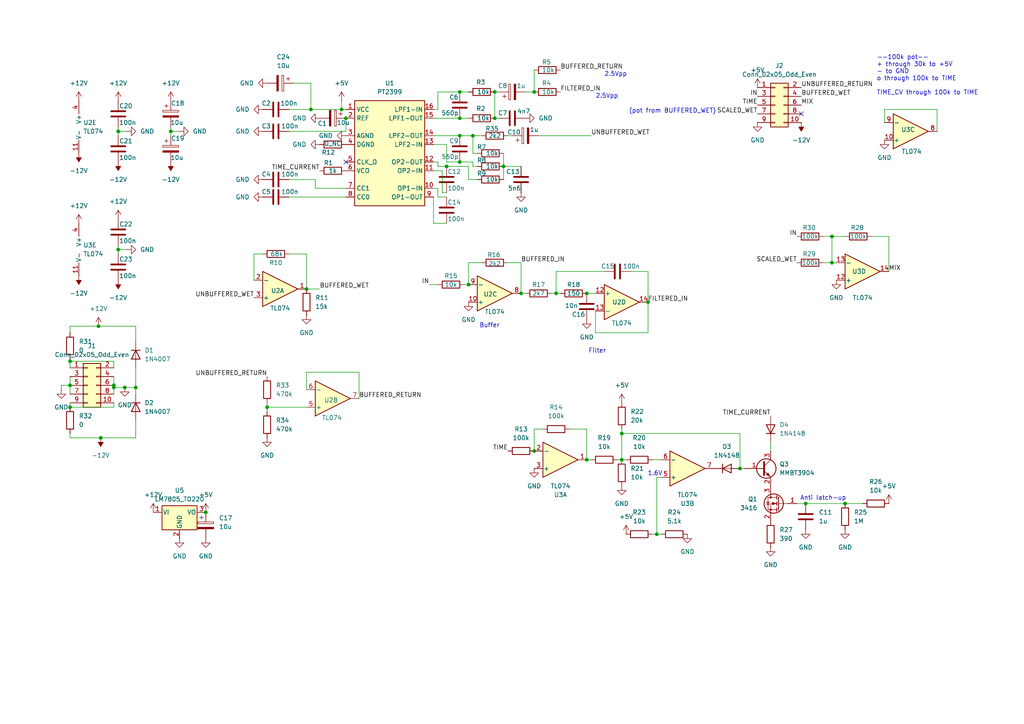
<source format=kicad_sch>
(kicad_sch (version 20231120) (generator "eeschema") (generator_version "8.0")
  (paper "A4")
  (junction (at 214.63 135.89))
  (junction (at 34.29 38.1))
  (junction (at 241.3 76.2))
  (junction (at 146.05 48.26))
  (junction (at 170.18 133.35))
  (junction (at 137.16 39.37))
  (junction (at 88.9 83.82))
  (junction (at 161.29 85.09))
  (junction (at 241.3 68.58))
  (junction (at 77.47 118.11))
  (junction (at 99.06 31.75))
  (junction (at 170.18 85.09))
  (junction (at 49.53 38.1))
  (junction (at 59.69 148.59))
  (junction (at 20.32 118.11))
  (junction (at 34.29 72.39))
  (junction (at 143.51 26.67))
  (junction (at 233.68 146.05))
  (junction (at 190.5 154.94))
  (junction (at 28.575 94.615))
  (junction (at 20.32 111.76))
  (junction (at 180.34 133.35))
  (junction (at 154.94 26.67))
  (junction (at 143.51 34.29))
  (junction (at 100.33 34.29))
  (junction (at 20.32 104.775))
  (junction (at 180.34 125.73))
  (junction (at 39.37 112.395))
  (junction (at 133.35 34.29))
  (junction (at 29.21 127))
  (junction (at 151.13 85.09))
  (junction (at 133.35 26.67))
  (junction (at 129.54 48.26))
  (junction (at 154.94 130.81))
  (junction (at 133.35 46.99))
  (junction (at 187.96 87.63))
  (junction (at 33.02 112.395))
  (junction (at 90.17 31.75))
  (junction (at 36.195 112.395))
  (junction (at 33.02 111.76))
  (junction (at 135.89 82.55))
  (junction (at 245.11 146.05))
  (junction (at 133.35 39.37))
  (no_connect (at 100.33 46.99))
  (no_connect (at 232.41 33.02))
  (wire (pts (xy 170.18 133.35) (xy 171.45 133.35)))
  (wire (pts (xy 20.32 116.84) (xy 20.32 118.11)))
  (wire (pts (xy 34.29 36.83) (xy 34.29 38.1)))
  (wire (pts (xy 154.94 124.46) (xy 154.94 130.81)))
  (wire (pts (xy 127 26.67) (xy 133.35 26.67)))
  (wire (pts (xy 133.35 26.67) (xy 135.89 26.67)))
  (wire (pts (xy 156.21 39.37) (xy 171.45 39.37)))
  (wire (pts (xy 20.32 94.615) (xy 28.575 94.615)))
  (wire (pts (xy 133.35 34.29) (xy 135.89 34.29)))
  (wire (pts (xy 125.73 57.15) (xy 125.73 64.77)))
  (wire (pts (xy 151.13 85.09) (xy 152.4 85.09)))
  (wire (pts (xy 33.02 112.395) (xy 33.02 114.3)))
  (wire (pts (xy 135.89 52.07) (xy 138.43 52.07)))
  (wire (pts (xy 137.16 48.26) (xy 138.43 48.26)))
  (wire (pts (xy 154.94 20.32) (xy 154.94 26.67)))
  (wire (pts (xy 99.06 31.75) (xy 100.33 31.75)))
  (wire (pts (xy 20.32 111.76) (xy 20.32 114.3)))
  (wire (pts (xy 151.13 76.2) (xy 151.13 85.09)))
  (wire (pts (xy 124.46 82.55) (xy 127 82.55)))
  (wire (pts (xy 52.07 38.1) (xy 49.53 38.1)))
  (wire (pts (xy 20.32 127) (xy 29.21 127)))
  (wire (pts (xy 146.05 44.45) (xy 146.05 48.26)))
  (wire (pts (xy 190.5 154.94) (xy 191.77 154.94)))
  (wire (pts (xy 77.47 116.84) (xy 77.47 118.11)))
  (wire (pts (xy 83.82 73.66) (xy 88.9 73.66)))
  (wire (pts (xy 83.82 57.15) (xy 100.33 57.15)))
  (wire (pts (xy 127 48.26) (xy 127 46.99)))
  (wire (pts (xy 91.44 52.07) (xy 83.82 52.07)))
  (wire (pts (xy 241.3 68.58) (xy 245.11 68.58)))
  (wire (pts (xy 77.47 118.11) (xy 88.9 118.11)))
  (wire (pts (xy 160.02 85.09) (xy 161.29 85.09)))
  (wire (pts (xy 146.05 48.26) (xy 146.05 52.07)))
  (wire (pts (xy 271.78 31.75) (xy 271.78 38.1)))
  (wire (pts (xy 99.06 29.21) (xy 99.06 31.75)))
  (wire (pts (xy 39.37 121.92) (xy 39.37 127)))
  (wire (pts (xy 17.78 111.76) (xy 17.78 113.03)))
  (wire (pts (xy 33.02 109.22) (xy 33.02 111.76)))
  (wire (pts (xy 238.76 68.58) (xy 241.3 68.58)))
  (wire (pts (xy 49.53 38.1) (xy 49.53 39.37)))
  (wire (pts (xy 231.14 146.05) (xy 233.68 146.05)))
  (wire (pts (xy 92.71 83.82) (xy 88.9 83.82)))
  (wire (pts (xy 161.29 85.09) (xy 162.56 85.09)))
  (wire (pts (xy 241.3 68.58) (xy 241.3 76.2)))
  (wire (pts (xy 39.37 112.395) (xy 36.195 112.395)))
  (wire (pts (xy 165.1 124.46) (xy 170.18 124.46)))
  (wire (pts (xy 39.37 106.68) (xy 39.37 112.395)))
  (wire (pts (xy 252.73 68.58) (xy 257.81 68.58)))
  (wire (pts (xy 129.54 57.15) (xy 127 57.15)))
  (wire (pts (xy 170.18 124.46) (xy 170.18 133.35)))
  (wire (pts (xy 73.66 73.66) (xy 73.66 81.28)))
  (wire (pts (xy 214.63 135.89) (xy 215.9 135.89)))
  (wire (pts (xy 125.73 54.61) (xy 127 54.61)))
  (wire (pts (xy 83.82 31.75) (xy 90.17 31.75)))
  (wire (pts (xy 182.88 78.74) (xy 187.96 78.74)))
  (wire (pts (xy 129.54 48.26) (xy 127 48.26)))
  (wire (pts (xy 256.54 31.75) (xy 271.78 31.75)))
  (wire (pts (xy 90.17 31.75) (xy 99.06 31.75)))
  (wire (pts (xy 33.02 104.775) (xy 20.32 104.775)))
  (wire (pts (xy 180.34 125.73) (xy 180.34 133.35)))
  (wire (pts (xy 34.29 38.1) (xy 34.29 39.37)))
  (wire (pts (xy 127 57.15) (xy 127 54.61)))
  (wire (pts (xy 143.51 34.29) (xy 144.78 34.29)))
  (wire (pts (xy 180.34 124.46) (xy 180.34 125.73)))
  (wire (pts (xy 180.34 133.35) (xy 181.61 133.35)))
  (wire (pts (xy 33.02 116.84) (xy 33.02 118.11)))
  (wire (pts (xy 190.5 138.43) (xy 190.5 154.94)))
  (wire (pts (xy 129.54 48.26) (xy 135.89 48.26)))
  (wire (pts (xy 187.96 78.74) (xy 187.96 87.63)))
  (wire (pts (xy 223.52 128.27) (xy 223.52 130.81)))
  (wire (pts (xy 147.32 39.37) (xy 148.59 39.37)))
  (wire (pts (xy 85.09 24.13) (xy 90.17 24.13)))
  (wire (pts (xy 76.2 73.66) (xy 73.66 73.66)))
  (wire (pts (xy 135.89 76.2) (xy 135.89 82.55)))
  (wire (pts (xy 137.16 39.37) (xy 137.16 44.45)))
  (wire (pts (xy 138.43 44.45) (xy 137.16 44.45)))
  (wire (pts (xy 143.51 26.67) (xy 143.51 34.29)))
  (wire (pts (xy 214.63 135.89) (xy 214.63 125.73)))
  (wire (pts (xy 157.48 124.46) (xy 154.94 124.46)))
  (wire (pts (xy 127 26.67) (xy 127 31.75)))
  (wire (pts (xy 49.53 36.83) (xy 49.53 38.1)))
  (wire (pts (xy 135.89 48.26) (xy 135.89 52.07)))
  (wire (pts (xy 179.07 133.35) (xy 180.34 133.35)))
  (wire (pts (xy 129.54 55.88) (xy 128.27 55.88)))
  (wire (pts (xy 189.23 133.35) (xy 191.77 133.35)))
  (wire (pts (xy 189.23 154.94) (xy 190.5 154.94)))
  (wire (pts (xy 129.54 41.91) (xy 125.73 41.91)))
  (wire (pts (xy 146.05 48.26) (xy 151.13 48.26)))
  (wire (pts (xy 152.4 26.67) (xy 154.94 26.67)))
  (wire (pts (xy 245.11 146.05) (xy 250.19 146.05)))
  (wire (pts (xy 88.9 113.03) (xy 88.9 107.95)))
  (wire (pts (xy 127 31.75) (xy 125.73 31.75)))
  (wire (pts (xy 100.33 54.61) (xy 91.44 54.61)))
  (wire (pts (xy 190.5 138.43) (xy 191.77 138.43)))
  (wire (pts (xy 20.32 109.22) (xy 20.32 111.76)))
  (wire (pts (xy 134.62 82.55) (xy 135.89 82.55)))
  (wire (pts (xy 100.33 38.1) (xy 83.82 38.1)))
  (wire (pts (xy 214.63 125.73) (xy 180.34 125.73)))
  (wire (pts (xy 29.21 127) (xy 39.37 127)))
  (wire (pts (xy 133.35 46.99) (xy 129.54 46.99)))
  (wire (pts (xy 147.32 76.2) (xy 151.13 76.2)))
  (wire (pts (xy 20.32 104.775) (xy 20.32 106.68)))
  (wire (pts (xy 128.27 55.88) (xy 128.27 49.53)))
  (wire (pts (xy 34.29 71.12) (xy 34.29 72.39)))
  (wire (pts (xy 139.7 76.2) (xy 135.89 76.2)))
  (wire (pts (xy 90.17 24.13) (xy 90.17 31.75)))
  (wire (pts (xy 187.96 96.52) (xy 187.96 87.63)))
  (wire (pts (xy 36.195 112.395) (xy 33.02 112.395)))
  (wire (pts (xy 125.73 49.53) (xy 128.27 49.53)))
  (wire (pts (xy 36.83 72.39) (xy 34.29 72.39)))
  (wire (pts (xy 20.32 111.76) (xy 17.78 111.76)))
  (wire (pts (xy 241.3 76.2) (xy 242.57 76.2)))
  (wire (pts (xy 238.76 76.2) (xy 241.3 76.2)))
  (wire (pts (xy 161.29 78.74) (xy 161.29 85.09)))
  (wire (pts (xy 125.73 34.29) (xy 133.35 34.29)))
  (wire (pts (xy 33.02 118.11) (xy 20.32 118.11)))
  (wire (pts (xy 88.9 107.95) (xy 104.14 107.95)))
  (wire (pts (xy 133.35 46.99) (xy 137.16 46.99)))
  (wire (pts (xy 33.02 111.76) (xy 33.02 112.395)))
  (wire (pts (xy 33.02 106.68) (xy 33.02 104.775)))
  (wire (pts (xy 137.16 39.37) (xy 139.7 39.37)))
  (wire (pts (xy 233.68 146.05) (xy 245.11 146.05)))
  (wire (pts (xy 172.72 90.17) (xy 172.72 96.52)))
  (wire (pts (xy 256.54 35.56) (xy 256.54 31.75)))
  (wire (pts (xy 36.83 38.1) (xy 34.29 38.1)))
  (wire (pts (xy 133.35 39.37) (xy 137.16 39.37)))
  (wire (pts (xy 104.14 107.95) (xy 104.14 115.57)))
  (wire (pts (xy 88.9 73.66) (xy 88.9 83.82)))
  (wire (pts (xy 39.37 112.395) (xy 39.37 114.3)))
  (wire (pts (xy 143.51 26.67) (xy 144.78 26.67)))
  (wire (pts (xy 125.73 46.99) (xy 127 46.99)))
  (wire (pts (xy 172.72 96.52) (xy 187.96 96.52)))
  (wire (pts (xy 77.47 118.11) (xy 77.47 119.38)))
  (wire (pts (xy 125.73 64.77) (xy 129.54 64.77)))
  (wire (pts (xy 91.44 54.61) (xy 91.44 52.07)))
  (wire (pts (xy 170.18 85.09) (xy 172.72 85.09)))
  (wire (pts (xy 28.575 94.615) (xy 39.37 94.615)))
  (wire (pts (xy 20.32 125.73) (xy 20.32 127)))
  (wire (pts (xy 125.73 39.37) (xy 133.35 39.37)))
  (wire (pts (xy 175.26 78.74) (xy 161.29 78.74)))
  (wire (pts (xy 20.32 94.615) (xy 20.32 96.52)))
  (wire (pts (xy 39.37 94.615) (xy 39.37 99.06)))
  (wire (pts (xy 257.81 68.58) (xy 257.81 78.74)))
  (wire (pts (xy 137.16 46.99) (xy 137.16 48.26)))
  (wire (pts (xy 129.54 46.99) (xy 129.54 41.91)))
  (wire (pts (xy 34.29 72.39) (xy 34.29 73.66)))
  (wire (pts (xy 100.33 34.29) (xy 100.33 38.1)))
  (wire (pts (xy 20.32 104.14) (xy 20.32 104.775)))
  (text "Anti latch-up" (at 238.76 144.526 0) (effects (font (size 1.27 1.27))))
  (text "1.6V" (at 189.992 137.414 0) (effects (font (size 1.27 1.27))))
  (text "2.5Vpp" (at 176.022 27.94 0) (effects (font (size 1.27 1.27))))
  (text "Buffer" (at 141.986 94.488 0) (effects (font (size 1.27 1.27))))
  (text "--100k pot--\n+ through 30k to +5V\n- to GND\no through 100k to TIME\n\nTIME_CV through 100k to TIME" (at 254.254 21.844 0) (effects (font (size 1.27 1.27)) (justify left)))
  (text "(pot from BUFFERED_WET)" (at 195.072 32.258 0) (effects (font (size 1.27 1.27))))
  (text "2.5Vpp" (at 178.562 21.59 0) (effects (font (size 1.27 1.27))))
  (text "Filter" (at 173.228 101.854 0) (effects (font (size 1.27 1.27))))
  (label "SCALED_WET" (at 231.14 76.2 180))
  (label "TIME_CURRENT" (at 92.71 49.53 180))
  (label "BUFFERED_IN" (at 151.13 76.2 0))
  (label "TIME" (at 219.71 30.48 180))
  (label "TIME" (at 147.32 130.81 180))
  (label "UNBUFFERED_WET" (at 73.66 86.36 180))
  (label "IN" (at 231.14 68.58 180))
  (label "MIX" (at 232.41 30.48 0))
  (label "UNBUFFERED_RETURN" (at 232.41 25.4 0))
  (label "IN" (at 219.71 27.94 180))
  (label "SCALED_WET" (at 219.71 33.02 180))
  (label "IN" (at 124.46 82.55 180))
  (label "FILTERED_IN" (at 162.56 26.67 0))
  (label "UNBUFFERED_RETURN" (at 77.47 109.22 180))
  (label "BUFFERED_WET" (at 92.71 83.82 0))
  (label "UNBUFFERED_WET" (at 171.45 39.37 0))
  (label "BUFFERED_RETURN" (at 162.56 20.32 0))
  (label "MIX" (at 257.81 78.74 0))
  (label "TIME_CURRENT" (at 223.52 120.65 180))
  (label "BUFFERED_WET" (at 232.41 27.94 0))
  (label "BUFFERED_RETURN" (at 104.14 115.57 0))
  (label "FILTERED_IN" (at 187.96 87.63 0))
  (symbol (lib_name "D_2") (lib_id "Device:D") (at 223.52 124.46 90) (unit 1)
    (property "Reference" "D4" (at 226.06 123.1899 90) (effects (justify right)))
    (property "Value" "1N4148" (at 226.06 125.7299 90) (effects (justify right)))
    (property "Footprint" "Diode_SMD:D_SOD-323_HandSoldering" (effects (hide yes)))
    (property "Description" "Diode" (effects (hide yes)))
    (property "Sim.Device" "D" (effects (hide yes)))
    (property "Sim.Pins" "1=K 2=A" (effects (hide yes)))
  )
  (symbol (lib_id "Device:C_Polarized") (at 152.4 39.37 90) (unit 1)
    (property "Reference" "C10" (at 149.098 38.354 90))
    (property "Value" "1u" (at 154.94 37.592 90))
    (property "Footprint" "Capacitor_THT:CP_Radial_D4.0mm_P1.50mm" (effects (hide yes)))
    (property "Description" "Polarized capacitor" (effects (hide yes)))
  )
  (symbol (lib_id "power:GND") (at 219.71 35.56 0) (unit 1)
    (property "Reference" "#PWR044" (effects (hide yes)))
    (property "Value" "GND" (at 219.71 40.64 0))
    (property "Description" "Power symbol creates a global label with name \"GND\" , ground" (effects (hide yes)))
  )
  (symbol (lib_id "power:GND") (at 77.47 127 0) (unit 1)
    (property "Reference" "#PWR048" (effects (hide yes)))
    (property "Value" "GND" (at 77.47 132.08 0))
    (property "Description" "Power symbol creates a global label with name \"GND\" , ground" (effects (hide yes)))
  )
  (symbol (lib_id "Device:R") (at 20.32 121.92 0) (unit 1)
    (property "Reference" "R32" (at 22.86 120.6499 0) (effects (justify left)))
    (property "Value" "0" (at 22.86 123.1899 0) (effects (justify left)))
    (property "Footprint" "Resistor_SMD:R_0603_1608Metric_Pad0.98x0.95mm_HandSolder" (effects (hide yes)))
  )
  (symbol (lib_id "power:+12V") (at 49.53 29.21 0) (unit 1)
    (property "Reference" "#PWR031" (effects (hide yes)))
    (property "Value" "+12V" (at 49.53 24.13 0))
    (property "Description" "Power symbol creates a global label with name \"+12V\"" (effects (hide yes)))
  )
  (symbol (lib_id "Amplifier_Operational:TL074") (at 250.19 78.74 0) (mirror x) (unit 4)
    (property "Reference" "U3" (at 249.174 78.74 0))
    (property "Value" "TL074" (at 250.19 86.36 0))
    (property "Footprint" "Package_SO:SO-14_3.9x8.65mm_P1.27mm" (effects (hide yes)))
    (property "Datasheet" "http://www.ti.com/lit/ds/symlink/tl071.pdf" (effects (hide yes)))
    (property "Description" "Quad Low-Noise JFET-Input Operational Amplifiers, DIP-14/SOIC-14" (effects (hide yes)))
  )
  (symbol (lib_id "Device:R") (at 180.34 120.65 0) (unit 1)
    (property "Reference" "R22" (at 182.88 119.3799 0) (effects (justify left)))
    (property "Value" "20k" (at 182.88 121.9199 0) (effects (justify left)))
    (property "Footprint" "Resistor_SMD:R_0603_1608Metric_Pad0.98x0.95mm_HandSolder" (effects (hide yes)))
    (property "Description" "Resistor" (effects (hide yes)))
  )
  (symbol (lib_id "power:+5V") (at 180.34 116.84 0) (unit 1)
    (property "Reference" "#PWR018" (effects (hide yes)))
    (property "Value" "+5V" (at 180.34 111.76 0))
    (property "Description" "Power symbol creates a global label with name \"+5V\"" (effects (hide yes)))
  )
  (symbol (lib_id "Device:R") (at 139.7 34.29 90) (unit 1)
    (property "Reference" "R2" (at 139.446 31.496 90))
    (property "Value" "10k" (at 140.208 34.29 90))
    (property "Footprint" "Resistor_SMD:R_0603_1608Metric_Pad0.98x0.95mm_HandSolder" (effects (hide yes)))
    (property "Description" "Resistor" (effects (hide yes)))
  )
  (symbol (lib_id "Device:R") (at 143.51 39.37 90) (unit 1)
    (property "Reference" "R35" (at 142.748 37.338 90))
    (property "Value" "2k2" (at 143.51 39.37 90))
    (property "Footprint" "Resistor_SMD:R_0603_1608Metric_Pad0.98x0.95mm_HandSolder" (effects (hide yes)))
    (property "Description" "Resistor" (effects (hide yes)))
  )
  (symbol (lib_id "Device:R") (at 80.01 73.66 90) (unit 1)
    (property "Reference" "R10" (at 80.01 76.2 90))
    (property "Value" "68k" (at 80.264 73.66 90))
    (property "Footprint" "Resistor_SMD:R_0603_1608Metric_Pad0.98x0.95mm_HandSolder" (effects (hide yes)))
    (property "Description" "Resistor" (effects (hide yes)))
  )
  (symbol (lib_id "power:GND") (at 59.69 156.21 0) (unit 1)
    (property "Reference" "#PWR050" (effects (hide yes)))
    (property "Value" "GND" (at 59.69 161.29 0))
    (property "Description" "Power symbol creates a global label with name \"GND\" , ground" (effects (hide yes)))
  )
  (symbol (lib_id "Device:R") (at 254 146.05 90) (unit 1)
    (property "Reference" "R26" (at 254 139.7 90))
    (property "Value" "10k" (at 254 142.24 90))
    (property "Footprint" "Resistor_SMD:R_0603_1608Metric_Pad0.98x0.95mm_HandSolder" (effects (hide yes)))
    (property "Description" "Resistor" (effects (hide yes)))
  )
  (symbol (lib_id "power:GND") (at 92.71 34.29 270) (unit 1)
    (property "Reference" "#PWR04" (effects (hide yes)))
    (property "Value" "GND" (at 88.9 34.2899 90) (effects (justify right)))
    (property "Description" "Power symbol creates a global label with name \"GND\" , ground" (effects (hide yes)))
  )
  (symbol (lib_id "Device:R") (at 185.42 154.94 90) (unit 1)
    (property "Reference" "R23" (at 185.42 148.59 90))
    (property "Value" "10k" (at 185.42 151.13 90))
    (property "Footprint" "Resistor_SMD:R_0603_1608Metric_Pad0.98x0.95mm_HandSolder" (effects (hide yes)))
    (property "Description" "Resistor" (effects (hide yes)))
  )
  (symbol (lib_id "Device:C") (at 80.01 31.75 90) (unit 1)
    (property "Reference" "C2" (at 77.216 29.972 90))
    (property "Value" "100n" (at 83.82 29.972 90))
    (property "Footprint" "Capacitor_SMD:C_0603_1608Metric_Pad1.08x0.95mm_HandSolder" (effects (hide yes)))
    (property "Description" "Unpolarized capacitor" (effects (hide yes)))
  )
  (symbol (lib_id "power:-12V") (at 49.53 46.99 180) (unit 1)
    (property "Reference" "#PWR032" (effects (hide yes)))
    (property "Value" "-12V" (at 49.53 52.07 0))
    (property "Description" "Power symbol creates a global label with name \"-12V\"" (effects (hide yes)))
  )
  (symbol (lib_id "power:GND") (at 88.9 91.44 0) (unit 1)
    (property "Reference" "#PWR013" (effects (hide yes)))
    (property "Value" "GND" (at 88.9 96.52 0))
    (property "Description" "Power symbol creates a global label with name \"GND\" , ground" (effects (hide yes)))
  )
  (symbol (lib_id "Device:C") (at 80.01 38.1 90) (unit 1)
    (property "Reference" "C3" (at 77.216 36.576 90))
    (property "Value" "100n" (at 84.074 36.576 90))
    (property "Footprint" "Capacitor_SMD:C_0603_1608Metric_Pad1.08x0.95mm_HandSolder" (effects (hide yes)))
    (property "Description" "Unpolarized capacitor" (effects (hide yes)))
  )
  (symbol (lib_id "Device:C") (at 34.29 77.47 0) (unit 1)
    (property "Reference" "C23" (at 34.544 75.184 0) (effects (justify left)))
    (property "Value" "100n" (at 34.544 80.01 0) (effects (justify left)))
    (property "Footprint" "Capacitor_SMD:C_0603_1608Metric_Pad1.08x0.95mm_HandSolder" (effects (hide yes)))
    (property "Description" "Unpolarized capacitor" (effects (hide yes)))
  )
  (symbol (lib_id "Device:C") (at 170.18 88.9 0) (unit 1)
    (property "Reference" "C16" (at 165.862 91.186 0) (effects (justify left)))
    (property "Value" "10n" (at 163.83 88.646 0) (effects (justify left)))
    (property "Footprint" "Capacitor_SMD:C_0603_1608Metric_Pad1.08x0.95mm_HandSolder" (effects (hide yes)))
    (property "Description" "Unpolarized capacitor" (effects (hide yes)))
  )
  (symbol (lib_id "Device:D") (at 39.37 102.87 270) (unit 1)
    (property "Reference" "D1" (at 41.91 101.5999 90) (effects (justify left)))
    (property "Value" "1N4007" (at 41.91 104.1399 90) (effects (justify left)))
    (property "Footprint" "Diode_THT:D_DO-41_SOD81_P7.62mm_Horizontal" (effects (hide yes)))
  )
  (symbol (lib_id "Device:R") (at 77.47 113.03 0) (unit 1)
    (property "Reference" "R33" (at 80.01 111.7599 0) (effects (justify left)))
    (property "Value" "470k" (at 80.01 114.2999 0) (effects (justify left)))
    (property "Footprint" "Resistor_SMD:R_0603_1608Metric_Pad0.98x0.95mm_HandSolder" (effects (hide yes)))
    (property "Description" "Resistor" (effects (hide yes)))
  )
  (symbol (lib_id "Device:C") (at 34.29 43.18 0) (unit 1)
    (property "Reference" "C21" (at 34.544 40.894 0) (effects (justify left)))
    (property "Value" "100n" (at 34.544 45.72 0) (effects (justify left)))
    (property "Footprint" "Capacitor_SMD:C_0603_1608Metric_Pad1.08x0.95mm_HandSolder" (effects (hide yes)))
    (property "Description" "Unpolarized capacitor" (effects (hide yes)))
  )
  (symbol (lib_id "Audio:PT2399") (at 113.03 44.45 0) (unit 1)
    (property "Reference" "U1" (at 113.03 24.13 0))
    (property "Value" "PT2399" (at 113.03 26.67 0))
    (property "Footprint" "Package_SO:SOP-16_3.9x9.9mm_P1.27mm" (effects (hide yes)))
    (property "Datasheet" "http://www.princeton.com.tw/Portals/0/Product/PT2399_1.pdf" (effects (hide yes)))
    (property "Description" "Echo Processor IC, DIP-16" (effects (hide yes)))
  )
  (symbol (lib_id "Device:R") (at 96.52 49.53 90) (unit 1)
    (property "Reference" "R1" (at 95.25 47.244 90))
    (property "Value" "1k" (at 96.52 49.53 90))
    (property "Footprint" "Resistor_SMD:R_0603_1608Metric_Pad0.98x0.95mm_HandSolder" (effects (hide yes)))
    (property "Description" "Resistor" (effects (hide yes)))
  )
  (symbol (lib_id "Device:R") (at 88.9 87.63 0) (unit 1)
    (property "Reference" "R11" (at 91.44 86.3599 0) (effects (justify left)))
    (property "Value" "15k" (at 91.44 88.8999 0) (effects (justify left)))
    (property "Footprint" "Resistor_SMD:R_0603_1608Metric_Pad0.98x0.95mm_HandSolder" (effects (hide yes)))
    (property "Description" "Resistor" (effects (hide yes)))
  )
  (symbol (lib_id "Amplifier_Operational:TL074") (at 199.39 135.89 0) (mirror x) (unit 2)
    (property "Reference" "U3" (at 199.39 146.05 0))
    (property "Value" "TL074" (at 199.39 143.51 0))
    (property "Footprint" "Package_SO:SO-14_3.9x8.65mm_P1.27mm" (effects (hide yes)))
    (property "Datasheet" "http://www.ti.com/lit/ds/symlink/tl071.pdf" (effects (hide yes)))
    (property "Description" "Quad Low-Noise JFET-Input Operational Amplifiers, DIP-14/SOIC-14" (effects (hide yes)))
  )
  (symbol (lib_id "Amplifier_Operational:TL074") (at 143.51 85.09 0) (mirror x) (unit 3)
    (property "Reference" "U2" (at 142.24 85.344 0))
    (property "Value" "TL074" (at 143.51 90.424 0))
    (property "Footprint" "Package_SO:SO-14_3.9x8.65mm_P1.27mm" (effects (hide yes)))
    (property "Datasheet" "http://www.ti.com/lit/ds/symlink/tl071.pdf" (effects (hide yes)))
    (property "Description" "Quad Low-Noise JFET-Input Operational Amplifiers, DIP-14/SOIC-14" (effects (hide yes)))
  )
  (symbol (lib_id "Transistor_BJT:MMBT3904") (at 220.98 135.89 0) (unit 1)
    (property "Reference" "Q3" (at 226.06 134.6199 0) (effects (justify left)))
    (property "Value" "MMBT3904" (at 226.06 137.1599 0) (effects (justify left)))
    (property "Footprint" "Package_TO_SOT_SMD:SOT-23" (effects (hide yes)))
    (property "Datasheet" "https://www.onsemi.com/pdf/datasheet/pzt3904-d.pdf" (effects (hide yes)))
    (property "Description" "0.2A Ic, 40V Vce, Small Signal NPN Transistor, SOT-23" (effects (hide yes)))
  )
  (symbol (lib_id "Device:R") (at 142.24 44.45 90) (unit 1)
    (property "Reference" "R7" (at 139.7 42.672 90))
    (property "Value" "10k" (at 142.748 44.45 90))
    (property "Footprint" "Resistor_SMD:R_0603_1608Metric_Pad0.98x0.95mm_HandSolder" (effects (hide yes)))
    (property "Description" "Resistor" (effects (hide yes)))
  )
  (symbol (lib_id "power:-12V") (at 29.21 127 180) (unit 1)
    (property "Reference" "#PWR041" (effects (hide yes)))
    (property "Value" "-12V" (at 29.21 132.08 0))
  )
  (symbol (lib_id "power:GND") (at 170.18 92.71 0) (unit 1)
    (property "Reference" "#PWR017" (effects (hide yes)))
    (property "Value" "GND" (at 170.18 97.79 0))
    (property "Description" "Power symbol creates a global label with name \"GND\" , ground" (effects (hide yes)))
  )
  (symbol (lib_id "Amplifier_Operational:TL074") (at 96.52 115.57 0) (mirror x) (unit 2)
    (property "Reference" "U2" (at 96.012 116.078 0))
    (property "Value" "TL074" (at 96.266 121.158 0))
    (property "Footprint" "Package_SO:SO-14_3.9x8.65mm_P1.27mm" (effects (hide yes)))
    (property "Datasheet" "http://www.ti.com/lit/ds/symlink/tl071.pdf" (effects (hide yes)))
    (property "Description" "Quad Low-Noise JFET-Input Operational Amplifiers, DIP-14/SOIC-14" (effects (hide yes)))
  )
  (symbol (lib_id "Device:R") (at 158.75 26.67 90) (unit 1)
    (property "Reference" "R4" (at 158.496 24.13 90))
    (property "Value" "10k" (at 159.004 26.67 90))
    (property "Footprint" "Resistor_SMD:R_0603_1608Metric_Pad0.98x0.95mm_HandSolder" (effects (hide yes)))
    (property "Description" "Resistor" (effects (hide yes)))
  )
  (symbol (lib_id "Device:C") (at 179.07 78.74 90) (unit 1)
    (property "Reference" "C15" (at 176.276 77.216 90))
    (property "Value" "100n" (at 183.134 77.216 90))
    (property "Footprint" "Capacitor_SMD:C_0603_1608Metric_Pad1.08x0.95mm_HandSolder" (effects (hide yes)))
    (property "Description" "Unpolarized capacitor" (effects (hide yes)))
  )
  (symbol (lib_id "Device:C") (at 34.29 67.31 0) (unit 1)
    (property "Reference" "C22" (at 34.544 65.024 0) (effects (justify left)))
    (property "Value" "100n" (at 34.544 69.85 0) (effects (justify left)))
    (property "Footprint" "Capacitor_SMD:C_0603_1608Metric_Pad1.08x0.95mm_HandSolder" (effects (hide yes)))
    (property "Description" "Unpolarized capacitor" (effects (hide yes)))
  )
  (symbol (lib_id "Transistor_FET:BS870") (at 226.06 146.05 0) (mirror y) (unit 1)
    (property "Reference" "Q1" (at 219.71 144.7799 0) (effects (justify left)))
    (property "Value" "3416" (at 219.71 147.3199 0) (effects (justify left)))
    (property "Footprint" "Package_TO_SOT_SMD:SOT-23" (effects (hide yes)))
    (property "Datasheet" "http://www.diodes.com/assets/Datasheets/ds11302.pdf" (effects (hide yes)))
    (property "Description" "0.25A Id, 60V Vds, N-Channel MOSFET, SOT-23" (effects (hide yes)))
  )
  (symbol (lib_id "power:-12V") (at 22.86 44.45 180) (unit 1)
    (property "Reference" "#PWR029" (effects (hide yes)))
    (property "Value" "-12V" (at 22.86 49.53 0))
    (property "Description" "Power symbol creates a global label with name \"-12V\"" (effects (hide yes)))
  )
  (symbol (lib_id "Amplifier_Operational:TL074") (at 25.4 36.83 0) (unit 5)
    (property "Reference" "U2" (at 24.13 35.5599 0) (effects (justify left)))
    (property "Value" "TL074" (at 24.13 38.0999 0) (effects (justify left)))
    (property "Footprint" "Package_SO:SO-14_3.9x8.65mm_P1.27mm" (effects (hide yes)))
    (property "Datasheet" "http://www.ti.com/lit/ds/symlink/tl071.pdf" (effects (hide yes)))
    (property "Description" "Quad Low-Noise JFET-Input Operational Amplifiers, DIP-14/SOIC-14" (effects (hide yes)))
  )
  (symbol (lib_id "Device:R") (at 180.34 137.16 180) (unit 1)
    (property "Reference" "R21" (at 182.88 135.8899 0) (effects (justify right)))
    (property "Value" "10k" (at 182.88 138.4299 0) (effects (justify right)))
    (property "Footprint" "Resistor_SMD:R_0603_1608Metric_Pad0.98x0.95mm_HandSolder" (effects (hide yes)))
    (property "Description" "Resistor" (effects (hide yes)))
  )
  (symbol (lib_id "power:+12V") (at 34.29 63.5 0) (unit 1)
    (property "Reference" "#PWR037" (effects (hide yes)))
    (property "Value" "+12V" (at 34.29 58.42 0))
    (property "Description" "Power symbol creates a global label with name \"+12V\"" (effects (hide yes)))
  )
  (symbol (lib_id "power:GND") (at 76.2 38.1 270) (unit 1)
    (property "Reference" "#PWR06" (effects (hide yes)))
    (property "Value" "GND" (at 72.39 38.0999 90) (effects (justify right)))
    (property "Description" "Power symbol creates a global label with name \"GND\" , ground" (effects (hide yes)))
  )
  (symbol (lib_id "Device:R") (at 77.47 123.19 0) (unit 1)
    (property "Reference" "R34" (at 80.01 121.9199 0) (effects (justify left)))
    (property "Value" "470k" (at 80.01 124.4599 0) (effects (justify left)))
    (property "Footprint" "Resistor_SMD:R_0603_1608Metric_Pad0.98x0.95mm_HandSolder" (effects (hide yes)))
    (property "Description" "Resistor" (effects (hide yes)))
  )
  (symbol (lib_id "Device:C_Polarized") (at 49.53 43.18 0) (unit 1)
    (property "Reference" "C19" (at 51.562 40.132 0))
    (property "Value" "10u" (at 51.308 45.72 0))
    (property "Footprint" "Capacitor_THT:CP_Radial_D4.0mm_P1.50mm" (effects (hide yes)))
    (property "Description" "Polarized capacitor" (effects (hide yes)))
  )
  (symbol (lib_id "power:GND") (at 199.39 154.94 0) (unit 1)
    (property "Reference" "#PWR020" (effects (hide yes)))
    (property "Value" "GND" (at 199.39 160.02 0))
    (property "Description" "Power symbol creates a global label with name \"GND\" , ground" (effects (hide yes)))
  )
  (symbol (lib_id "Device:R") (at 151.13 130.81 90) (unit 1)
    (property "Reference" "R13" (at 151.13 124.46 90))
    (property "Value" "100k" (at 151.13 127 90))
    (property "Footprint" "Resistor_SMD:R_0603_1608Metric_Pad0.98x0.95mm_HandSolder" (effects (hide yes)))
    (property "Description" "Resistor" (effects (hide yes)))
  )
  (symbol (lib_id "power:-12V") (at 34.29 81.28 180) (unit 1)
    (property "Reference" "#PWR038" (effects (hide yes)))
    (property "Value" "-12V" (at 34.29 86.36 0))
    (property "Description" "Power symbol creates a global label with name \"-12V\"" (effects (hide yes)))
  )
  (symbol (lib_id "Device:C") (at 34.29 33.02 0) (unit 1)
    (property "Reference" "C20" (at 34.544 30.734 0) (effects (justify left)))
    (property "Value" "100n" (at 34.544 35.56 0) (effects (justify left)))
    (property "Footprint" "Capacitor_SMD:C_0603_1608Metric_Pad1.08x0.95mm_HandSolder" (effects (hide yes)))
    (property "Description" "Unpolarized capacitor" (effects (hide yes)))
  )
  (symbol (lib_id "power:GND") (at 36.83 72.39 90) (unit 1)
    (property "Reference" "#PWR039" (effects (hide yes)))
    (property "Value" "GND" (at 40.64 72.3899 90) (effects (justify right)))
    (property "Description" "Power symbol creates a global label with name \"GND\" , ground" (effects (hide yes)))
  )
  (symbol (lib_id "power:GND") (at 242.57 81.28 0) (unit 1)
    (property "Reference" "#PWR026" (effects (hide yes)))
    (property "Value" "GND" (at 242.57 86.36 0))
    (property "Description" "Power symbol creates a global label with name \"GND\" , ground" (effects (hide yes)))
  )
  (symbol (lib_id "power:+12V") (at 34.29 29.21 0) (unit 1)
    (property "Reference" "#PWR034" (effects (hide yes)))
    (property "Value" "+12V" (at 34.29 24.13 0))
    (property "Description" "Power symbol creates a global label with name \"+12V\"" (effects (hide yes)))
  )
  (symbol (lib_id "power:+12V") (at 22.86 64.77 0) (unit 1)
    (property "Reference" "#PWR028" (effects (hide yes)))
    (property "Value" "+12V" (at 22.86 59.69 0))
    (property "Description" "Power symbol creates a global label with name \"+12V\"" (effects (hide yes)))
  )
  (symbol (lib_id "Device:C_Polarized") (at 148.59 26.67 90) (unit 1)
    (property "Reference" "C8" (at 145.796 24.892 90))
    (property "Value" "1u" (at 151.13 24.892 90))
    (property "Footprint" "Capacitor_THT:CP_Radial_D4.0mm_P1.50mm" (effects (hide yes)))
    (property "Description" "Polarized capacitor" (effects (hide yes)))
  )
  (symbol (lib_id "power:-12V") (at 34.29 46.99 180) (unit 1)
    (property "Reference" "#PWR035" (effects (hide yes)))
    (property "Value" "-12V" (at 34.29 52.07 0))
    (property "Description" "Power symbol creates a global label with name \"-12V\"" (effects (hide yes)))
  )
  (symbol (lib_id "power:GND") (at 76.2 52.07 270) (unit 1)
    (property "Reference" "#PWR07" (effects (hide yes)))
    (property "Value" "GND" (at 72.39 52.0699 90) (effects (justify right)))
    (property "Description" "Power symbol creates a global label with name \"GND\" , ground" (effects (hide yes)))
  )
  (symbol (lib_id "Device:C_Polarized") (at 96.52 34.29 270) (unit 1)
    (property "Reference" "C1" (at 93.472 35.814 90))
    (property "Value" "10u" (at 99.568 35.56 90))
    (property "Footprint" "Capacitor_SMD:C_0603_1608Metric_Pad1.08x0.95mm_HandSolder" (effects (hide yes)))
    (property "Description" "Polarized capacitor" (effects (hide yes)))
  )
  (symbol (lib_name "D_1") (lib_id "Device:D") (at 210.82 135.89 0) (unit 1)
    (property "Reference" "D3" (at 210.82 129.54 0))
    (property "Value" "1N4148" (at 210.82 132.08 0))
    (property "Footprint" "Diode_SMD:D_SOD-323_HandSoldering" (effects (hide yes)))
    (property "Description" "Diode" (effects (hide yes)))
    (property "Sim.Device" "D" (effects (hide yes)))
    (property "Sim.Pins" "1=K 2=A" (effects (hide yes)))
  )
  (symbol (lib_id "power:GND") (at 256.54 40.64 0) (unit 1)
    (property "Reference" "#PWR051" (effects (hide yes)))
    (property "Value" "GND" (at 256.54 45.72 0))
    (property "Description" "Power symbol creates a global label with name \"GND\" , ground" (effects (hide yes)))
  )
  (symbol (lib_id "power:GND") (at 152.4 34.29 90) (unit 1)
    (property "Reference" "#PWR09" (effects (hide yes)))
    (property "Value" "GND" (at 156.21 34.2899 90) (effects (justify right)))
    (property "Description" "Power symbol creates a global label with name \"GND\" , ground" (effects (hide yes)))
  )
  (symbol (lib_id "Regulator_Linear:LM7805_TO220") (at 52.07 148.59 0) (unit 1)
    (property "Reference" "U5" (at 52.07 142.24 0))
    (property "Value" "LM7805_TO220" (at 52.07 144.78 0))
    (property "Footprint" "Package_TO_SOT_THT:TO-220-3_Vertical" (effects (hide yes)))
    (property "Datasheet" "https://www.onsemi.cn/PowerSolutions/document/MC7800-D.PDF" (effects (hide yes)))
    (property "Description" "Positive 1A 35V Linear Regulator, Fixed Output 5V, TO-220" (effects (hide yes)))
  )
  (symbol (lib_id "power:+12V") (at 28.575 94.615 0) (unit 1)
    (property "Reference" "#PWR040" (effects (hide yes)))
    (property "Value" "+12V" (at 28.575 89.535 0))
  )
  (symbol (lib_id "power:-12V") (at 232.41 35.56 180) (unit 1)
    (property "Reference" "#PWR045" (effects (hide yes)))
    (property "Value" "-12V" (at 232.41 40.64 0))
    (property "Description" "Power symbol creates a global label with name \"-12V\"" (effects (hide yes)))
  )
  (symbol (lib_id "power:+12V") (at 44.45 148.59 0) (unit 1)
    (property "Reference" "#PWR025" (effects (hide yes)))
    (property "Value" "+12V" (at 44.45 143.51 0))
    (property "Description" "Power symbol creates a global label with name \"+12V\"" (effects (hide yes)))
  )
  (symbol (lib_id "power:+5V") (at 181.61 154.94 0) (unit 1)
    (property "Reference" "#PWR019" (effects (hide yes)))
    (property "Value" "+5V" (at 181.61 149.86 0))
    (property "Description" "Power symbol creates a global label with name \"+5V\"" (effects (hide yes)))
  )
  (symbol (lib_id "Amplifier_Operational:TL074") (at 25.4 72.39 0) (unit 5)
    (property "Reference" "U3" (at 24.13 71.1199 0) (effects (justify left)))
    (property "Value" "TL074" (at 24.13 73.6599 0) (effects (justify left)))
    (property "Footprint" "Package_SO:SO-14_3.9x8.65mm_P1.27mm" (effects (hide yes)))
    (property "Datasheet" "http://www.ti.com/lit/ds/symlink/tl071.pdf" (effects (hide yes)))
    (property "Description" "Quad Low-Noise JFET-Input Operational Amplifiers, DIP-14/SOIC-14" (effects (hide yes)))
  )
  (symbol (lib_id "Device:R") (at 130.81 82.55 90) (unit 1)
    (property "Reference" "R15" (at 130.81 80.01 90))
    (property "Value" "10k" (at 130.81 82.55 90))
    (property "Footprint" "Resistor_SMD:R_0603_1608Metric_Pad0.98x0.95mm_HandSolder" (effects (hide yes)))
    (property "Description" "Resistor" (effects (hide yes)))
  )
  (symbol (lib_id "Device:R") (at 20.32 100.33 0) (unit 1)
    (property "Reference" "R31" (at 22.86 99.0599 0) (effects (justify left)))
    (property "Value" "0" (at 22.86 101.5999 0) (effects (justify left)))
    (property "Footprint" "Resistor_SMD:R_0603_1608Metric_Pad0.98x0.95mm_HandSolder" (effects (hide yes)))
  )
  (symbol (lib_id "power:GND") (at 245.11 153.67 0) (unit 1)
    (property "Reference" "#PWR023" (effects (hide yes)))
    (property "Value" "GND" (at 245.11 158.75 0))
    (property "Description" "Power symbol creates a global label with name \"GND\" , ground" (effects (hide yes)))
  )
  (symbol (lib_id "Amplifier_Operational:TL074") (at 81.28 83.82 0) (mirror x) (unit 1)
    (property "Reference" "U2" (at 80.518 84.328 0))
    (property "Value" "TL074" (at 81.28 89.408 0))
    (property "Footprint" "Package_SO:SO-14_3.9x8.65mm_P1.27mm" (effects (hide yes)))
    (property "Datasheet" "http://www.ti.com/lit/ds/symlink/tl071.pdf" (effects (hide yes)))
    (property "Description" "Quad Low-Noise JFET-Input Operational Amplifiers, DIP-14/SOIC-14" (effects (hide yes)))
  )
  (symbol (lib_id "power:GND") (at 151.13 55.88 0) (unit 1)
    (property "Reference" "#PWR012" (effects (hide yes)))
    (property "Value" "GND" (at 151.13 60.96 0))
    (property "Description" "Power symbol creates a global label with name \"GND\" , ground" (effects (hide yes)))
  )
  (symbol (lib_id "Device:R") (at 195.58 154.94 90) (unit 1)
    (property "Reference" "R24" (at 195.58 148.59 90))
    (property "Value" "5.1k" (at 195.58 151.13 90))
    (property "Footprint" "Resistor_SMD:R_0603_1608Metric_Pad0.98x0.95mm_HandSolder" (effects (hide yes)))
    (property "Description" "Resistor" (effects (hide yes)))
  )
  (symbol (lib_id "Device:R") (at 142.24 52.07 90) (unit 1)
    (property "Reference" "R9" (at 139.7 50.292 90))
    (property "Value" "10k" (at 142.748 52.07 90))
    (property "Footprint" "Resistor_SMD:R_0603_1608Metric_Pad0.98x0.95mm_HandSolder" (effects (hide yes)))
    (property "Description" "Resistor" (effects (hide yes)))
  )
  (symbol (lib_id "Device:R") (at 248.92 68.58 90) (unit 1)
    (property "Reference" "R28" (at 248.666 66.04 90))
    (property "Value" "100k" (at 248.92 68.58 90))
    (property "Footprint" "Resistor_SMD:R_0603_1608Metric_Pad0.98x0.95mm_HandSolder" (effects (hide yes)))
    (property "Description" "Resistor" (effects (hide yes)))
  )
  (symbol (lib_id "power:GND") (at 36.195 112.395 0) (unit 1)
    (property "Reference" "#PWR042" (effects (hide yes)))
    (property "Value" "GND" (at 36.195 117.475 0))
  )
  (symbol (lib_id "Device:C_Polarized") (at 59.69 152.4 0) (unit 1)
    (property "Reference" "C17" (at 63.5 150.2409 0) (effects (justify left)))
    (property "Value" "10u" (at 63.5 152.7809 0) (effects (justify left)))
    (property "Footprint" "Capacitor_THT:CP_Radial_D4.0mm_P1.50mm" (effects (hide yes)))
    (property "Description" "Polarized capacitor" (effects (hide yes)))
  )
  (symbol (lib_id "Device:R") (at 166.37 85.09 90) (unit 1)
    (property "Reference" "R18" (at 166.37 82.55 90))
    (property "Value" "150" (at 166.37 85.09 90))
    (property "Footprint" "Resistor_SMD:R_0603_1608Metric_Pad0.98x0.95mm_HandSolder" (effects (hide yes)))
    (property "Description" "Resistor" (effects (hide yes)))
  )
  (symbol (lib_id "Device:R") (at 245.11 149.86 0) (unit 1)
    (property "Reference" "R25" (at 247.65 148.5899 0) (effects (justify left)))
    (property "Value" "1M" (at 247.65 151.1299 0) (effects (justify left)))
    (property "Footprint" "Resistor_SMD:R_0603_1608Metric_Pad0.98x0.95mm_HandSolder" (effects (hide yes)))
    (property "Description" "Resistor" (effects (hide yes)))
  )
  (symbol (lib_id "Device:R") (at 139.7 26.67 90) (unit 1)
    (property "Reference" "R3" (at 139.446 23.876 90))
    (property "Value" "10k" (at 140.208 26.67 90))
    (property "Footprint" "Resistor_SMD:R_0603_1608Metric_Pad0.98x0.95mm_HandSolder" (effects (hide yes)))
    (property "Description" "Resistor" (effects (hide yes)))
  )
  (symbol (lib_id "Device:R") (at 143.51 76.2 90) (unit 1)
    (property "Reference" "R16" (at 143.256 73.914 90))
    (property "Value" "2k2" (at 143.51 76.454 90))
    (property "Footprint" "Resistor_SMD:R_0603_1608Metric_Pad0.98x0.95mm_HandSolder" (effects (hide yes)))
    (property "Description" "Resistor" (effects (hide yes)))
  )
  (symbol (lib_id "power:+5V") (at 59.69 148.59 0) (unit 1)
    (property "Reference" "#PWR047" (effects (hide yes)))
    (property "Value" "+5V" (at 59.69 143.51 0))
    (property "Description" "Power symbol creates a global label with name \"+5V\"" (effects (hide yes)))
  )
  (symbol (lib_id "Device:C") (at 151.13 52.07 0) (unit 1)
    (property "Reference" "C13" (at 146.812 49.784 0) (effects (justify left)))
    (property "Value" "5n6" (at 147.32 54.61 0) (effects (justify left)))
    (property "Footprint" "Capacitor_SMD:C_0603_1608Metric_Pad1.08x0.95mm_HandSolder" (effects (hide yes)))
    (property "Description" "Unpolarized capacitor" (effects (hide yes)))
  )
  (symbol (lib_id "power:GND") (at 223.52 158.75 0) (unit 1)
    (property "Reference" "#PWR024" (effects (hide yes)))
    (property "Value" "GND" (at 223.52 163.83 0))
    (property "Description" "Power symbol creates a global label with name \"GND\" , ground" (effects (hide yes)))
  )
  (symbol (lib_id "power:+5V") (at 99.06 29.21 0) (unit 1)
    (property "Reference" "#PWR01" (effects (hide yes)))
    (property "Value" "+5V" (at 99.06 24.13 0))
    (property "Description" "Power symbol creates a global label with name \"+5V\"" (effects (hide yes)))
  )
  (symbol (lib_id "Device:C") (at 129.54 52.07 0) (unit 1)
    (property "Reference" "C12" (at 129.794 49.784 0) (effects (justify left)))
    (property "Value" "100n" (at 129.794 54.61 0) (effects (justify left)))
    (property "Footprint" "Capacitor_SMD:C_0603_1608Metric_Pad1.08x0.95mm_HandSolder" (effects (hide yes)))
    (property "Description" "Unpolarized capacitor" (effects (hide yes)))
  )
  (symbol (lib_id "Device:R") (at 234.95 68.58 90) (unit 1)
    (property "Reference" "R30" (at 234.696 66.04 90))
    (property "Value" "100k" (at 234.95 68.58 90))
    (property "Footprint" "Resistor_SMD:R_0603_1608Metric_Pad0.98x0.95mm_HandSolder" (effects (hide yes)))
    (property "Description" "Resistor" (effects (hide yes)))
  )
  (symbol (lib_id "power:GND") (at 76.2 57.15 270) (unit 1)
    (property "Reference" "#PWR08" (effects (hide yes)))
    (property "Value" "GND" (at 72.39 57.1499 90) (effects (justify right)))
    (property "Description" "Power symbol creates a global label with name \"GND\" , ground" (effects (hide yes)))
  )
  (symbol (lib_id "Device:C") (at 80.01 52.07 90) (unit 1)
    (property "Reference" "C4" (at 77.216 50.546 90))
    (property "Value" "100n" (at 84.074 50.546 90))
    (property "Footprint" "Capacitor_SMD:C_0603_1608Metric_Pad1.08x0.95mm_HandSolder" (effects (hide yes)))
    (property "Description" "Unpolarized capacitor" (effects (hide yes)))
  )
  (symbol (lib_id "power:GND") (at 36.83 38.1 90) (unit 1)
    (property "Reference" "#PWR036" (effects (hide yes)))
    (property "Value" "GND" (at 40.64 38.0999 90) (effects (justify right)))
    (property "Description" "Power symbol creates a global label with name \"GND\" , ground" (effects (hide yes)))
  )
  (symbol (lib_id "power:GND") (at 92.71 41.91 270) (unit 1)
    (property "Reference" "#PWR03" (effects (hide yes)))
    (property "Value" "GND" (at 88.9 41.9099 90) (effects (justify right)))
    (property "Description" "Power symbol creates a global label with name \"GND\" , ground" (effects (hide yes)))
  )
  (symbol (lib_id "Device:R") (at 142.24 48.26 90) (unit 1)
    (property "Reference" "R8" (at 139.7 46.482 90))
    (property "Value" "10k" (at 142.748 48.26 90))
    (property "Footprint" "Resistor_SMD:R_0603_1608Metric_Pad0.98x0.95mm_HandSolder" (effects (hide yes)))
    (property "Description" "Resistor" (effects (hide yes)))
  )
  (symbol (lib_id "Connector_Generic:Conn_02x05_Odd_Even") (at 25.4 111.76 0) (unit 1)
    (property "Reference" "J1" (at 26.67 100.33 0))
    (property "Value" "Conn_02x05_Odd_Even" (at 26.67 102.87 0))
    (property "Footprint" "Connector_PinHeader_2.54mm:PinHeader_2x05_P2.54mm_Vertical" (effects (hide yes)))
  )
  (symbol (lib_id "Device:C") (at 129.54 60.96 0) (unit 1)
    (property "Reference" "C14" (at 129.794 58.674 0) (effects (justify left)))
    (property "Value" "100n" (at 129.794 63.5 0) (effects (justify left)))
    (property "Footprint" "Capacitor_SMD:C_0603_1608Metric_Pad1.08x0.95mm_HandSolder" (effects (hide yes)))
    (property "Description" "Unpolarized capacitor" (effects (hide yes)))
  )
  (symbol (lib_id "Device:C_Polarized") (at 49.53 33.02 0) (unit 1)
    (property "Reference" "C18" (at 51.562 29.972 0))
    (property "Value" "10u" (at 51.308 35.56 0))
    (property "Footprint" "Capacitor_THT:CP_Radial_D4.0mm_P1.50mm" (effects (hide yes)))
    (property "Description" "Polarized capacitor" (effects (hide yes)))
  )
  (symbol (lib_id "power:+5V") (at 257.81 146.05 0) (unit 1)
    (property "Reference" "#PWR021" (effects (hide yes)))
    (property "Value" "+5V" (at 257.81 140.97 0))
    (property "Description" "Power symbol creates a global label with name \"+5V\"" (effects (hide yes)))
  )
  (symbol (lib_id "Device:C_Polarized") (at 81.28 24.13 270) (unit 1)
    (property "Reference" "C24" (at 82.169 16.51 90))
    (property "Value" "10u" (at 82.169 19.05 90))
    (property "Footprint" "Capacitor_THT:CP_Radial_D4.0mm_P1.50mm" (effects (hide yes)))
    (property "Description" "Polarized capacitor" (effects (hide yes)))
  )
  (symbol (lib_id "Device:R") (at 158.75 20.32 90) (unit 1)
    (property "Reference" "R5" (at 158.496 18.034 90))
    (property "Value" "10k" (at 159.004 20.32 90))
    (property "Footprint" "Resistor_SMD:R_0603_1608Metric_Pad0.98x0.95mm_HandSolder" (effects (hide yes)))
    (property "Description" "Resistor" (effects (hide yes)))
  )
  (symbol (lib_id "power:GND") (at 77.47 24.13 270) (unit 1)
    (property "Reference" "#PWR014" (effects (hide yes)))
    (property "Value" "GND" (at 73.66 24.1299 90) (effects (justify right)))
    (property "Description" "Power symbol creates a global label with name \"GND\" , ground" (effects (hide yes)))
  )
  (symbol (lib_id "power:+5V") (at 219.71 25.4 0) (unit 1)
    (property "Reference" "#PWR046" (effects (hide yes)))
    (property "Value" "+5V" (at 219.71 20.32 0))
    (property "Description" "Power symbol creates a global label with name \"+5V\"" (effects (hide yes)))
  )
  (symbol (lib_id "power:GND") (at 154.94 135.89 0) (unit 1)
    (property "Reference" "#PWR011" (effects (hide yes)))
    (property "Value" "GND" (at 154.94 140.97 0))
    (property "Description" "Power symbol creates a global label with name \"GND\" , ground" (effects (hide yes)))
  )
  (symbol (lib_id "power:GND") (at 76.2 31.75 270) (unit 1)
    (property "Reference" "#PWR05" (effects (hide yes)))
    (property "Value" "GND" (at 72.39 31.7499 90) (effects (justify right)))
    (property "Description" "Power symbol creates a global label with name \"GND\" , ground" (effects (hide yes)))
  )
  (symbol (lib_id "Amplifier_Operational:TL074") (at 162.56 133.35 0) (mirror x) (unit 1)
    (property "Reference" "U3" (at 162.56 143.51 0))
    (property "Value" "TL074" (at 162.56 140.97 0))
    (property "Footprint" "Package_SO:SO-14_3.9x8.65mm_P1.27mm" (effects (hide yes)))
    (property "Datasheet" "http://www.ti.com/lit/ds/symlink/tl071.pdf" (effects (hide yes)))
    (property "Description" "Quad Low-Noise JFET-Input Operational Amplifiers, DIP-14/SOIC-14" (effects (hide yes)))
  )
  (symbol (lib_id "power:-12V") (at 22.86 80.01 180) (unit 1)
    (property "Reference" "#PWR030" (effects (hide yes)))
    (property "Value" "-12V" (at 22.86 85.09 0))
    (property "Description" "Power symbol creates a global label with name \"-12V\"" (effects (hide yes)))
  )
  (symbol (lib_id "Device:C") (at 233.68 149.86 0) (unit 1)
    (property "Reference" "C11" (at 237.49 148.5899 0) (effects (justify left)))
    (property "Value" "1u" (at 237.49 151.1299 0) (effects (justify left)))
    (property "Footprint" "Capacitor_SMD:C_0603_1608Metric_Pad1.08x0.95mm_HandSolder" (effects (hide yes)))
    (property "Description" "Unpolarized capacitor" (effects (hide yes)))
  )
  (symbol (lib_id "Device:R") (at 234.95 76.2 90) (unit 1)
    (property "Reference" "R29" (at 234.696 73.66 90))
    (property "Value" "100k" (at 234.95 76.2 90))
    (property "Footprint" "Resistor_SMD:R_0603_1608Metric_Pad0.98x0.95mm_HandSolder" (effects (hide yes)))
    (property "Description" "Resistor" (effects (hide yes)))
  )
  (symbol (lib_id "power:GND") (at 180.34 140.97 0) (unit 1)
    (property "Reference" "#PWR015" (effects (hide yes)))
    (property "Value" "GND" (at 180.34 146.05 0))
    (property "Description" "Power symbol creates a global label with name \"GND\" , ground" (effects (hide yes)))
  )
  (symbol (lib_id "power:GND") (at 135.89 87.63 0) (unit 1)
    (property "Reference" "#PWR016" (effects (hide yes)))
    (property "Value" "GND" (at 135.89 92.71 0))
    (property "Description" "Power symbol creates a global label with name \"GND\" , ground" (effects (hide yes)))
  )
  (symbol (lib_id "Device:C") (at 133.35 30.48 0) (unit 1)
    (property "Reference" "C6" (at 130.302 28.194 0) (effects (justify left)))
    (property "Value" "560p" (at 128.016 32.766 0) (effects (justify left)))
    (property "Footprint" "Capacitor_SMD:C_0603_1608Metric_Pad1.08x0.95mm_HandSolder" (effects (hide yes)))
    (property "Description" "Unpolarized capacitor" (effects (hide yes)))
  )
  (symbol (lib_id "Device:R") (at 96.52 41.91 90) (unit 1)
    (property "Reference" "R12" (at 95.25 44.196 90))
    (property "Value" "0_NC" (at 96.52 41.656 90))
    (property "Footprint" "Resistor_SMD:R_0603_1608Metric_Pad0.98x0.95mm_HandSolder" (effects (hide yes)))
    (property "Description" "Resistor" (effects (hide yes)))
  )
  (symbol (lib_id "power:GND") (at 52.07 38.1 90) (unit 1)
    (property "Reference" "#PWR033" (effects (hide yes)))
    (property "Value" "GND" (at 55.88 38.0999 90) (effects (justify right)))
    (property "Description" "Power symbol creates a global label with name \"GND\" , ground" (effects (hide yes)))
  )
  (symbol (lib_id "power:GND") (at 233.68 153.67 0) (unit 1)
    (property "Reference" "#PWR022" (effects (hide yes)))
    (property "Value" "GND" (at 233.68 158.75 0))
    (property "Description" "Power symbol creates a global label with name \"GND\" , ground" (effects (hide yes)))
  )
  (symbol (lib_id "Amplifier_Operational:TL074") (at 264.16 38.1 0) (mirror x) (unit 3)
    (property "Reference" "U3" (at 263.398 37.592 0))
    (property "Value" "TL074" (at 264.414 43.942 0))
    (property "Footprint" "Package_SO:SO-14_3.9x8.65mm_P1.27mm" (effects (hide yes)))
    (property "Datasheet" "http://www.ti.com/lit/ds/symlink/tl071.pdf" (effects (hide yes)))
    (property "Description" "Quad Low-Noise JFET-Input Operational Amplifiers, DIP-14/SOIC-14" (effects (hide yes)))
  )
  (symbol (lib_id "power:+12V") (at 22.86 29.21 0) (unit 1)
    (property "Reference" "#PWR027" (effects (hide yes)))
    (property "Value" "+12V" (at 22.86 24.13 0))
    (property "Description" "Power symbol creates a global label with name \"+12V\"" (effects (hide yes)))
  )
  (symbol (lib_id "Device:C") (at 133.35 43.18 0) (unit 1)
    (property "Reference" "C9" (at 130.302 40.894 0) (effects (justify left)))
    (property "Value" "560p" (at 128.016 45.466 0) (effects (justify left)))
    (property "Footprint" "Capacitor_SMD:C_0603_1608Metric_Pad1.08x0.95mm_HandSolder" (effects (hide yes)))
    (property "Description" "Unpolarized capacitor" (effects (hide yes)))
  )
  (symbol (lib_id "Connector_Generic:Conn_02x05_Odd_Even") (at 224.79 30.48 0) (unit 1)
    (property "Reference" "J2" (at 226.06 19.05 0))
    (property "Value" "Conn_02x05_Odd_Even" (at 226.06 21.59 0))
    (property "Footprint" "Connector_PinHeader_2.54mm:PinHeader_2x05_P2.54mm_Vertical" (effects (hide yes)))
    (property "Description" "Generic connector, double row, 02x05, odd/even pin numbering scheme (row 1 odd numbers, row 2 even numbers), script generated (kicad-library-utils/schlib/autogen/connector/)" (effects (hide yes)))
  )
  (symbol (lib_id "power:GND") (at 100.33 39.37 270) (unit 1)
    (property "Reference" "#PWR02" (effects (hide yes)))
    (property "Value" "GND" (at 96.52 39.3699 90) (effects (justify right)))
    (property "Description" "Power symbol creates a global label with name \"GND\" , ground" (effects (hide yes)))
  )
  (symbol (lib_id "Device:R") (at 223.52 154.94 0) (unit 1)
    (property "Reference" "R27" (at 226.06 153.6699 0) (effects (justify left)))
    (property "Value" "390" (at 226.06 156.2099 0) (effects (justify left)))
    (property "Footprint" "Resistor_SMD:R_0603_1608Metric_Pad0.98x0.95mm_HandSolder" (effects (hide yes)))
    (property "Description" "Resistor" (effects (hide yes)))
  )
  (symbol (lib_id "Device:R") (at 161.29 124.46 90) (unit 1)
    (property "Reference" "R14" (at 161.29 118.11 90))
    (property "Value" "100k" (at 161.29 120.65 90))
    (property "Footprint" "Resistor_SMD:R_0603_1608Metric_Pad0.98x0.95mm_HandSolder" (effects (hide yes)))
    (property "Description" "Resistor" (effects (hide yes)))
  )
  (symbol (lib_id "Device:R") (at 185.42 133.35 90) (unit 1)
    (property "Reference" "R20" (at 185.42 127 90))
    (property "Value" "10k" (at 185.42 129.54 90))
    (property "Footprint" "Resistor_SMD:R_0603_1608Metric_Pad0.98x0.95mm_HandSolder" (effects (hide yes)))
    (property "Description" "Resistor" (effects (hide yes)))
  )
  (symbol (lib_id "Device:C") (at 148.59 34.29 90) (unit 1)
    (property "Reference" "C7" (at 145.796 32.766 90))
    (property "Value" "4n7" (at 151.892 32.258 90))
    (property "Footprint" "Capacitor_SMD:C_0603_1608Metric_Pad1.08x0.95mm_HandSolder" (effects (hide yes)))
    (property "Description" "Unpolarized capacitor" (effects (hide yes)))
  )
  (symbol (lib_id "Device:R") (at 175.26 133.35 90) (unit 1)
    (property "Reference" "R19" (at 175.26 127 90))
    (property "Value" "10k" (at 175.26 129.54 90))
    (property "Footprint" "Resistor_SMD:R_0603_1608Metric_Pad0.98x0.95mm_HandSolder" (effects (hide yes)))
    (property "Description" "Resistor" (effects (hide yes)))
  )
  (symbol (lib_id "Device:D") (at 39.37 118.11 270) (unit 1)
    (property "Reference" "D2" (at 41.91 116.8399 90) (effects (justify left)))
    (property "Value" "1N4007" (at 41.91 119.3799 90) (effects (justify left)))
    (property "Footprint" "Diode_THT:D_DO-41_SOD81_P7.62mm_Horizontal" (effects (hide yes)))
  )
  (symbol (lib_id "power:GND") (at 52.07 156.21 0) (unit 1)
    (property "Reference" "#PWR049" (effects (hide yes)))
    (property "Value" "GND" (at 52.07 161.29 0))
    (property "Description" "Power symbol creates a global label with name \"GND\" , ground" (effects (hide yes)))
  )
  (symbol (lib_id "Device:C") (at 80.01 57.15 90) (unit 1)
    (property "Reference" "C5" (at 77.216 55.626 90))
    (property "Value" "100n" (at 84.074 55.626 90))
    (property "Footprint" "Capacitor_SMD:C_0603_1608Metric_Pad1.08x0.95mm_HandSolder" (effects (hide yes)))
    (property "Description" "Unpolarized capacitor" (effects (hide yes)))
  )
  (symbol (lib_id "power:GND") (at 17.78 113.03 0) (unit 1)
    (property "Reference" "#PWR043" (effects (hide yes)))
    (property "Value" "GND" (at 17.78 118.11 0))
  )
  (symbol (lib_id "Device:R") (at 156.21 85.09 90) (unit 1)
    (property "Reference" "R17" (at 156.21 82.55 90))
    (property "Value" "2k7" (at 156.21 85.09 90))
    (property "Footprint" "Resistor_SMD:R_0603_1608Metric_Pad0.98x0.95mm_HandSolder" (effects (hide yes)))
    (property "Description" "Resistor" (effects (hide yes)))
  )
  (symbol (lib_id "Amplifier_Operational:TL074") (at 180.34 87.63 0) (unit 4)
    (property "Reference" "U2" (at 179.578 87.63 0))
    (property "Value" "TL074" (at 180.34 93.726 0))
    (property "Footprint" "Package_SO:SO-14_3.9x8.65mm_P1.27mm" (effects (hide yes)))
    (property "Datasheet" "http://www.ti.com/lit/ds/symlink/tl071.pdf" (effects (hide yes)))
    (property "Description" "Quad Low-Noise JFET-Input Operational Amplifiers, DIP-14/SOIC-14" (effects (hide yes)))
  )
)
</source>
